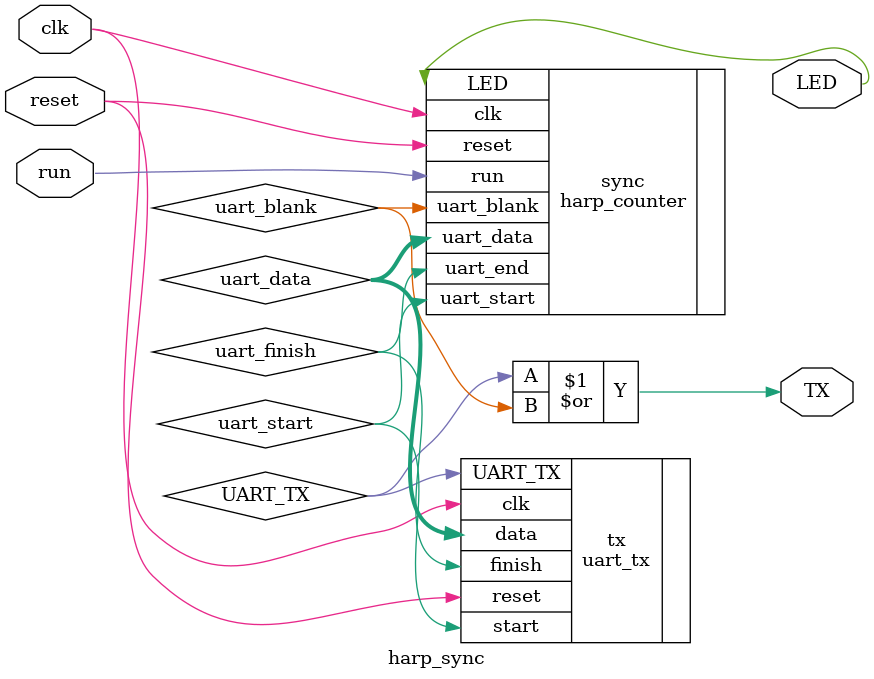
<source format=v>
`include "uart_tx.v" 
`include "harp_counter.v" 

module harp_sync # (
    parameter CLK_RATE_HZ = 1000000
) (
    input clk,
    input reset,
    input run,
    output TX,
    output LED
);
    
wire [7:0] uart_data;
wire uart_start;
wire uart_finish;
wire UART_TX;

wire uart_blank;

assign TX = UART_TX | uart_blank; //blank state for an uart is 1, so if blank is enable, or'ing will fix it at 1

uart_tx # (
    .CLK_RATE_HZ(CLK_RATE_HZ)
) tx (
    .clk(clk),
    .reset(reset),
    .data(uart_data),
    .start(uart_start),
    .finish(uart_finish),
    .UART_TX(UART_TX)
);

harp_counter # (
    .CLK_RATE_HZ(CLK_RATE_HZ)
) sync (
    .reset(reset),
    .clk(clk),
    .run(run),
    .uart_data(uart_data),
    .uart_start(uart_start),
    .uart_blank(uart_blank),
    .uart_end(uart_finish),
    .LED(LED)
);
endmodule

</source>
